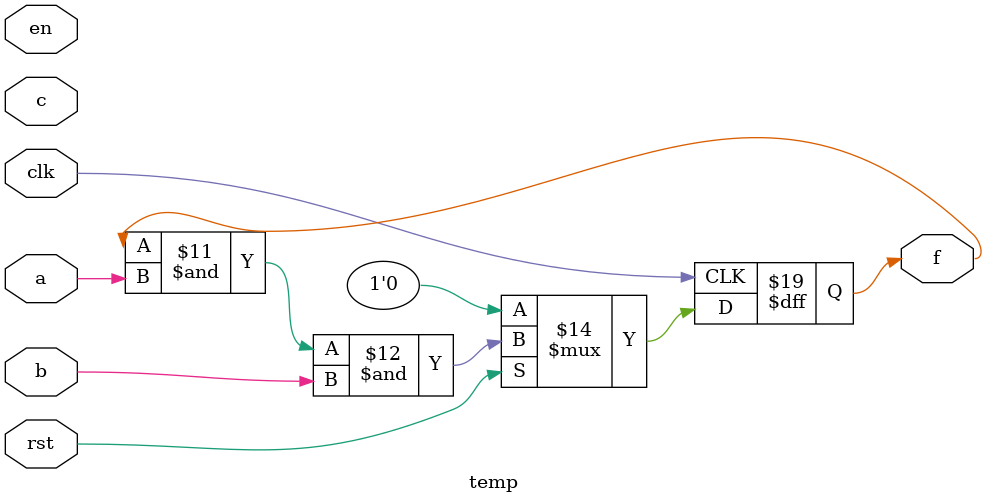
<source format=v>
module temp(clk,rst,en,a,b,c,f);
input  a,b,c;
output reg  f;
input clk,rst,en;
reg  d;

always@(posedge clk)
begin
    if(!rst)
        d <= 0;
    else
        begin
            d <= a ^ b | c ^ a;
            d <= d + (b | c);
        end
end

always@(posedge clk)
begin
    if(!rst)
        f <= 0;
    else
        begin
            f <= d + 1;
            f <= f & a & b;
        end

end
endmodule

</source>
